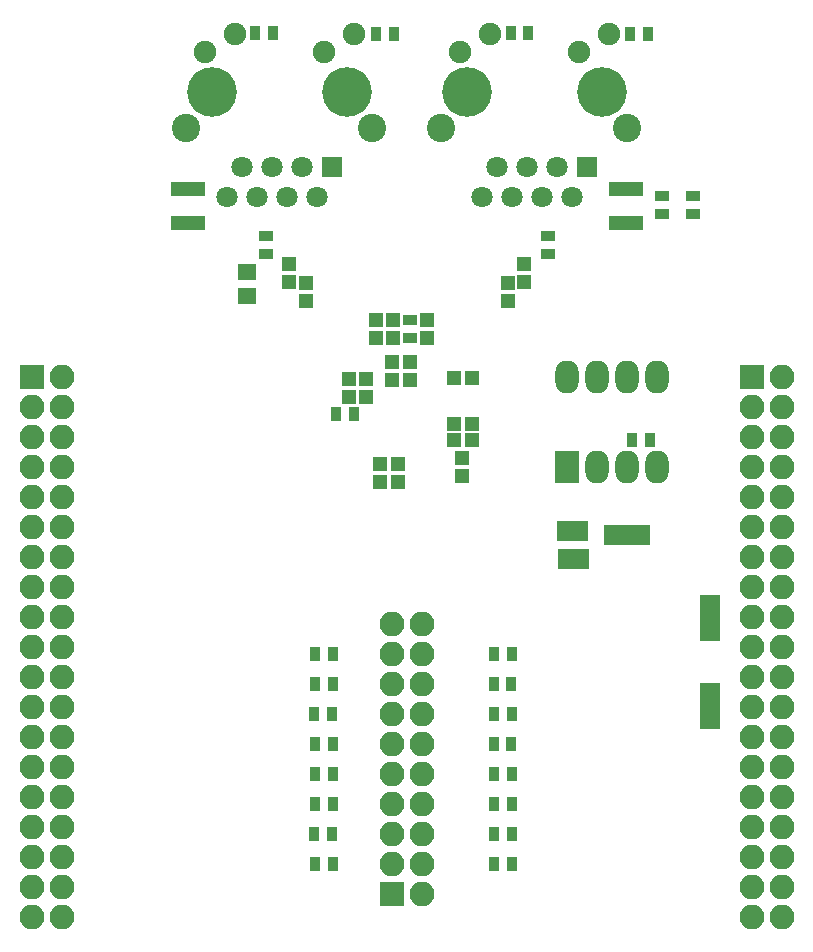
<source format=gbr>
G04 #@! TF.FileFunction,Soldermask,Bot*
%FSLAX46Y46*%
G04 Gerber Fmt 4.6, Leading zero omitted, Abs format (unit mm)*
G04 Created by KiCad (PCBNEW 4.0.6) date 04/07/17 01:25:25*
%MOMM*%
%LPD*%
G01*
G04 APERTURE LIST*
%ADD10C,0.100000*%
%ADD11R,2.000000X2.800000*%
%ADD12O,2.000000X2.800000*%
%ADD13R,2.100000X2.100000*%
%ADD14O,2.100000X2.100000*%
%ADD15R,1.150000X1.200000*%
%ADD16R,1.200000X1.150000*%
%ADD17C,4.200000*%
%ADD18C,1.800000*%
%ADD19C,2.400000*%
%ADD20C,1.900000*%
%ADD21R,1.800000X1.800000*%
%ADD22R,1.300000X0.900000*%
%ADD23R,0.900000X1.300000*%
%ADD24R,1.670000X1.370000*%
%ADD25R,1.370000X1.670000*%
%ADD26R,2.900000X1.300000*%
%ADD27R,1.650000X1.400000*%
G04 APERTURE END LIST*
D10*
D11*
X146920000Y-88920000D03*
D12*
X154540000Y-81300000D03*
X149460000Y-88920000D03*
X152000000Y-81300000D03*
X152000000Y-88920000D03*
X149460000Y-81300000D03*
X154540000Y-88920000D03*
X146920000Y-81300000D03*
D13*
X132080000Y-125095000D03*
D14*
X134620000Y-125095000D03*
X132080000Y-122555000D03*
X134620000Y-122555000D03*
X132080000Y-120015000D03*
X134620000Y-120015000D03*
X132080000Y-117475000D03*
X134620000Y-117475000D03*
X132080000Y-114935000D03*
X134620000Y-114935000D03*
X132080000Y-112395000D03*
X134620000Y-112395000D03*
X132080000Y-109855000D03*
X134620000Y-109855000D03*
X132080000Y-107315000D03*
X134620000Y-107315000D03*
X132080000Y-104775000D03*
X134620000Y-104775000D03*
X132080000Y-102235000D03*
X134620000Y-102235000D03*
D15*
X138000000Y-89650000D03*
X138000000Y-88150000D03*
D16*
X138850000Y-81400000D03*
X137350000Y-81400000D03*
D15*
X130750000Y-76500000D03*
X130750000Y-78000000D03*
D17*
X128270000Y-57150000D03*
X116840000Y-57150000D03*
D18*
X118110000Y-66040000D03*
X119380000Y-63500000D03*
X120650000Y-66040000D03*
X121920000Y-63500000D03*
X123190000Y-66040000D03*
X124460000Y-63500000D03*
X125730000Y-66040000D03*
D19*
X114681000Y-60198000D03*
D20*
X116230400Y-53771800D03*
X126339600Y-53771800D03*
X118770400Y-52247800D03*
X128879600Y-52247800D03*
D21*
X127000000Y-63500000D03*
D19*
X130429000Y-60198000D03*
D13*
X101600000Y-81280000D03*
D14*
X104140000Y-81280000D03*
X101600000Y-83820000D03*
X104140000Y-83820000D03*
X101600000Y-86360000D03*
X104140000Y-86360000D03*
X101600000Y-88900000D03*
X104140000Y-88900000D03*
X101600000Y-91440000D03*
X104140000Y-91440000D03*
X101600000Y-93980000D03*
X104140000Y-93980000D03*
X101600000Y-96520000D03*
X104140000Y-96520000D03*
X101600000Y-99060000D03*
X104140000Y-99060000D03*
X101600000Y-101600000D03*
X104140000Y-101600000D03*
X101600000Y-104140000D03*
X104140000Y-104140000D03*
X101600000Y-106680000D03*
X104140000Y-106680000D03*
X101600000Y-109220000D03*
X104140000Y-109220000D03*
X101600000Y-111760000D03*
X104140000Y-111760000D03*
X101600000Y-114300000D03*
X104140000Y-114300000D03*
X101600000Y-116840000D03*
X104140000Y-116840000D03*
X101600000Y-119380000D03*
X104140000Y-119380000D03*
X101600000Y-121920000D03*
X104140000Y-121920000D03*
X101600000Y-124460000D03*
X104140000Y-124460000D03*
X101600000Y-127000000D03*
X104140000Y-127000000D03*
D13*
X162560000Y-81280000D03*
D14*
X165100000Y-81280000D03*
X162560000Y-83820000D03*
X165100000Y-83820000D03*
X162560000Y-86360000D03*
X165100000Y-86360000D03*
X162560000Y-88900000D03*
X165100000Y-88900000D03*
X162560000Y-91440000D03*
X165100000Y-91440000D03*
X162560000Y-93980000D03*
X165100000Y-93980000D03*
X162560000Y-96520000D03*
X165100000Y-96520000D03*
X162560000Y-99060000D03*
X165100000Y-99060000D03*
X162560000Y-101600000D03*
X165100000Y-101600000D03*
X162560000Y-104140000D03*
X165100000Y-104140000D03*
X162560000Y-106680000D03*
X165100000Y-106680000D03*
X162560000Y-109220000D03*
X165100000Y-109220000D03*
X162560000Y-111760000D03*
X165100000Y-111760000D03*
X162560000Y-114300000D03*
X165100000Y-114300000D03*
X162560000Y-116840000D03*
X165100000Y-116840000D03*
X162560000Y-119380000D03*
X165100000Y-119380000D03*
X162560000Y-121920000D03*
X165100000Y-121920000D03*
X162560000Y-124460000D03*
X165100000Y-124460000D03*
X162560000Y-127000000D03*
X165100000Y-127000000D03*
D15*
X143300000Y-73250000D03*
X143300000Y-71750000D03*
D16*
X138850000Y-86650000D03*
X137350000Y-86650000D03*
D15*
X131100000Y-90150000D03*
X131100000Y-88650000D03*
X123400000Y-73250000D03*
X123400000Y-71750000D03*
X129900000Y-82950000D03*
X129900000Y-81450000D03*
X132600000Y-90150000D03*
X132600000Y-88650000D03*
X128500000Y-82950000D03*
X128500000Y-81450000D03*
D16*
X138850000Y-85250000D03*
X137350000Y-85250000D03*
D15*
X133600000Y-80050000D03*
X133600000Y-81550000D03*
X132150000Y-78000000D03*
X132150000Y-76500000D03*
X132100000Y-80050000D03*
X132100000Y-81550000D03*
X141900000Y-74850000D03*
X141900000Y-73350000D03*
X124800000Y-74850000D03*
X124800000Y-73350000D03*
X135050000Y-76500000D03*
X135050000Y-78000000D03*
D22*
X145300000Y-69350000D03*
X145300000Y-70850000D03*
D23*
X153750000Y-52250000D03*
X152250000Y-52250000D03*
D22*
X121400000Y-70850000D03*
X121400000Y-69350000D03*
D23*
X132250000Y-52250000D03*
X130750000Y-52250000D03*
D22*
X133600000Y-78000000D03*
X133600000Y-76500000D03*
D23*
X127350000Y-84400000D03*
X128850000Y-84400000D03*
X143650000Y-52200000D03*
X142150000Y-52200000D03*
X122000000Y-52200000D03*
X120500000Y-52200000D03*
D17*
X149860000Y-57150000D03*
X138430000Y-57150000D03*
D18*
X139700000Y-66040000D03*
X140970000Y-63500000D03*
X142240000Y-66040000D03*
X143510000Y-63500000D03*
X144780000Y-66040000D03*
X146050000Y-63500000D03*
X147320000Y-66040000D03*
D19*
X136271000Y-60198000D03*
D20*
X137820400Y-53771800D03*
X147929600Y-53771800D03*
X140360400Y-52247800D03*
X150469600Y-52247800D03*
D21*
X148590000Y-63500000D03*
D19*
X152019000Y-60198000D03*
D24*
X159000000Y-100430000D03*
X159000000Y-101700000D03*
X159000000Y-102970000D03*
X159000000Y-107830000D03*
X159000000Y-109100000D03*
X159000000Y-110370000D03*
D25*
X153270000Y-94700000D03*
X152000000Y-94700000D03*
X150730000Y-94700000D03*
X146760000Y-94300000D03*
X148040000Y-94300000D03*
X146820000Y-96700000D03*
X148100000Y-96700000D03*
D23*
X125615000Y-104775000D03*
X127115000Y-104775000D03*
X125615000Y-107315000D03*
X127115000Y-107315000D03*
X125500000Y-109855000D03*
X127000000Y-109855000D03*
X125615000Y-112395000D03*
X127115000Y-112395000D03*
X125615000Y-114935000D03*
X127115000Y-114935000D03*
X125615000Y-117475000D03*
X127115000Y-117475000D03*
X125500000Y-120015000D03*
X127000000Y-120015000D03*
X125615000Y-122555000D03*
X127115000Y-122555000D03*
X142228000Y-104775000D03*
X140728000Y-104775000D03*
X142216000Y-107315000D03*
X140716000Y-107315000D03*
X142228000Y-109855000D03*
X140728000Y-109855000D03*
X142216000Y-112395000D03*
X140716000Y-112395000D03*
X142228000Y-114935000D03*
X140728000Y-114935000D03*
X142228000Y-117475000D03*
X140728000Y-117475000D03*
X142228000Y-120015000D03*
X140728000Y-120015000D03*
X142228000Y-122555000D03*
X140728000Y-122555000D03*
D26*
X151900000Y-65350000D03*
X151900000Y-68250000D03*
X114800000Y-65350000D03*
X114800000Y-68250000D03*
D27*
X119800000Y-74400000D03*
X119800000Y-72400000D03*
D22*
X157600000Y-67450000D03*
X157600000Y-65950000D03*
X155000000Y-67450000D03*
X155000000Y-65950000D03*
D23*
X152450000Y-86600000D03*
X153950000Y-86600000D03*
M02*

</source>
